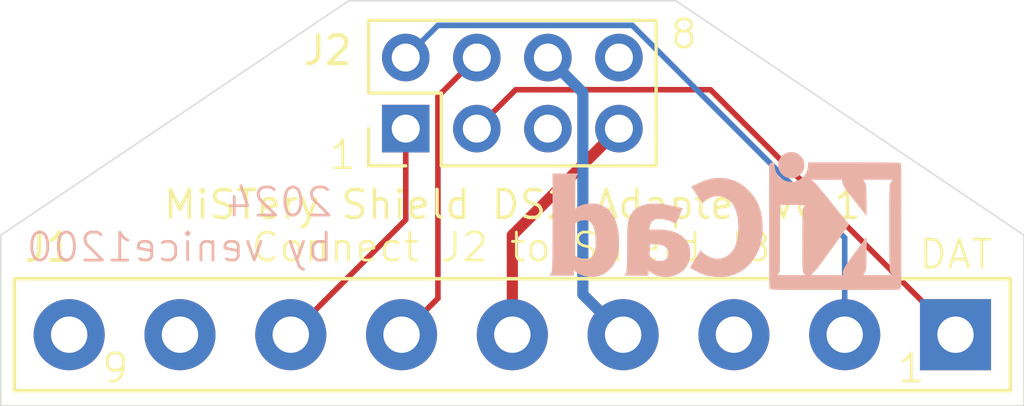
<source format=kicad_pcb>
(kicad_pcb (version 20240108) (generator "pcbnew") (generator_version "8.0")
  (layers (0 "F.Cu" signal) (31 "B.Cu" signal) (34 "B.Paste" user) (35 "F.Paste" user) (36 "B.SilkS" user "B.Silkscreen") (37 "F.SilkS" user "F.Silkscreen") (38 "B.Mask" user) (39 "F.Mask" user) (44 "Edge.Cuts" user))
  (net 0 "")
  (net 3 "GND")
  (net 4 "DAT")
  (net 5 "CMD")
  (net 6 "CLK")
  (net 7 "ACK")
  (net 8 "IRQ")
  (net 9 "ATN")
  (net 10 "+3.3V")
  (net 11 "+7.5V")
  (footprint "Connector_PinHeader_2.54mm:PinHeader_2x04_P2.54mm_Vertical" (layer "F.Cu") (at 171.45 100.838 90)
    (property "Reference" "J2" (at 2.794 -2.794 0) (layer "F.SilkS"))
    (property "Value" "Spare Pin Header" (hide yes))
    (fp_line (start 3.87 -1.33) (end 3.87 8.95) (stroke (width 0.12)) (layer "F.SilkS"))
    (fp_line (start 1.27 -1.33) (end 3.87 -1.33) (stroke (width 0.12)) (layer "F.SilkS"))
    (fp_line (start -1.33 -1.33) (end 0 -1.33) (stroke (width 0.12)) (layer "F.SilkS"))
    (fp_line (start -1.33 0) (end -1.33 -1.33) (stroke (width 0.12)) (layer "F.SilkS"))
    (fp_line (start 1.27 1.27) (end 1.27 -1.33) (stroke (width 0.12)) (layer "F.SilkS"))
    (fp_line (start -1.33 1.27) (end 1.27 1.27) (stroke (width 0.12)) (layer "F.SilkS"))
    (fp_line (start -1.33 1.27) (end -1.33 8.95) (stroke (width 0.12)) (layer "F.SilkS"))
    (fp_line (start -1.33 8.95) (end 3.87 8.95) (stroke (width 0.12)) (layer "F.SilkS"))
    (pad "1" thru_hole rect (at 0 0 90) (size 1.7 1.7) (drill 1) (layers "*.Cu" "*.Mask") (net 6 "CLK"))
    (pad "2" thru_hole oval (at 2.54 0 90) (size 1.7 1.7) (drill 1) (layers "*.Cu" "*.Mask") (net 5 "CMD"))
    (pad "3" thru_hole oval (at 0 2.54 90) (size 1.7 1.7) (drill 1) (layers "*.Cu" "*.Mask") (net 4 "DAT"))
    (pad "4" thru_hole oval (at 2.54 2.54 90) (size 1.7 1.7) (drill 1) (layers "*.Cu" "*.Mask") (net 9 "ATN"))
    (pad "5" thru_hole oval (at 0 5.08 90) (size 1.7 1.7) (drill 1) (layers "*.Cu" "*.Mask"))
    (pad "6" thru_hole oval (at 2.54 5.08 90) (size 1.7 1.7) (drill 1) (layers "*.Cu" "*.Mask") (net 3 "GND"))
    (pad "7" thru_hole oval (at 0 7.62 90) (size 1.7 1.7) (drill 1) (layers "*.Cu" "*.Mask") (net 10 "+3.3V"))
    (pad "8" thru_hole oval (at 2.54 7.62 90) (size 1.7 1.7) (drill 1) (layers "*.Cu" "*.Mask"))
  )
  (footprint "Library:DS2_Port_Connector" (layer "F.Cu") (at 175.26 108.204)
    (property "Reference" "J1" (at -17.526 -2.54 0) (layer "F.SilkS") (effects (font (thickness 0.14224)) (justify left bottom)))
    (property "Value" "DS2" (hide yes))
    (fp_line (start -17.8 -2) (end 17.8 -2) (stroke (width 0.127)) (layer "F.SilkS"))
    (fp_line (start -17.8 2) (end -17.8 -2) (stroke (width 0.127)) (layer "F.SilkS"))
    (fp_line (start 17.8 -2) (end 17.8 2) (stroke (width 0.127)) (layer "F.SilkS"))
    (fp_line (start 17.8 2) (end -17.8 2) (stroke (width 0.127)) (layer "F.SilkS"))
    (pad "1" thru_hole rect (at 15.84 0) (size 2.54 2.54) (drill 1.3) (layers "*.Cu" "*.Mask") (net 4 "DAT"))
    (pad "2" thru_hole circle (at 11.88 0) (size 2.54 2.54) (drill 1.3) (layers "*.Cu" "*.Mask") (net 5 "CMD"))
    (pad "3" thru_hole circle (at 7.92 0) (size 2.54 2.54) (drill 1.3) (layers "*.Cu" "*.Mask") (net 11 "+7.5V"))
    (pad "4" thru_hole circle (at 3.96 0) (size 2.54 2.54) (drill 1.3) (layers "*.Cu" "*.Mask") (net 3 "GND"))
    (pad "5" thru_hole circle (at 0 0) (size 2.54 2.54) (drill 1.3) (layers "*.Cu" "*.Mask") (net 10 "+3.3V"))
    (pad "6" thru_hole circle (at -3.96 0) (size 2.54 2.54) (drill 1.3) (layers "*.Cu" "*.Mask") (net 9 "ATN"))
    (pad "7" thru_hole circle (at -7.92 0) (size 2.54 2.54) (drill 1.3) (layers "*.Cu" "*.Mask") (net 6 "CLK"))
    (pad "8" thru_hole circle (at -11.88 0) (size 2.54 2.54) (drill 1.3) (layers "*.Cu" "*.Mask") (net 8 "IRQ"))
    (pad "9" thru_hole circle (at -15.84 0 180) (size 2.54 2.54) (drill 1.3) (layers "*.Cu" "*.Mask") (net 7 "ACK"))
  )
  (footprint "Symbol:KiCad-Logo_5mm_SilkScreen" (layer "B.Cu") (at 182.885698 104.657938 180)
    (property "Reference" "H1" (hide yes))
    (property "Value" "KiCad Logo" (hide yes))
    (fp_poly (pts (xy -2.273043 2.973429) (xy -2.176768 2.949191) (xy -2.090184 2.906359) (xy -2.015373 2.846581) (xy -1.954418 2.771506) (xy -1.909399 2.68278) (xy -1.883136 2.58647) (xy -1.877286 2.489205) (xy -1.89214 2.395346) (xy -1.92584 2.307489) (xy -1.976528 2.22823) (xy -2.042345 2.160164) (xy -2.121434 2.105888) (xy -2.211934 2.067998) (xy -2.2632 2.055574) (xy -2.307698 2.048053) (xy -2.341999 2.045081) (xy -2.37496 2.046906) (xy -2.415434 2.053775) (xy -2.448531 2.06075) (xy -2.541947 2.092259) (xy -2.625619 2.143383) (xy -2.697665 2.212571) (xy -2.7562 2.298272) (xy -2.770148 2.325511) (xy -2.786586 2.361878) (xy -2.796894 2.392418) (xy -2.80246 2.42455) (xy -2.804669 2.465693) (xy -2.804948 2.511778) (xy -2.800861 2.596135) (xy -2.787446 2.665414) (xy -2.762256 2.726039) (xy -2.722846 2.784433) (xy -2.684298 2.828698) (xy -2.612406 2.894516) (xy -2.537313 2.939947) (xy -2.454562 2.96715) (xy -2.376928 2.977424) (xy -2.273043 2.973429)) (stroke (width 0.01)) (fill solid) (layer "B.SilkS"))
    (fp_poly (pts (xy 0.328429 2.050929) (xy 0.48857 2.029755) (xy 0.65251 1.989615) (xy 0.822313 1.930111) (xy 1.000043 1.850846) (xy 1.01131 1.845301) (xy 1.069005 1.817275) (xy 1.120552 1.793198) (xy 1.162191 1.774751) (xy 1.190162 1.763614) (xy 1.199733 1.761067) (xy 1.21895 1.756059) (xy 1.223561 1.751853) (xy 1.218458 1.74142) (xy 1.202418 1.715132) (xy 1.177288 1.675743) (xy 1.144914 1.626009) (xy 1.107143 1.568685) (xy 1.065822 1.506524) (xy 1.022798 1.442282) (xy 0.979917 1.378715) (xy 0.939026 1.318575) (xy 0.901971 1.26462) (xy 0.8706 1.219603) (xy 0.846759 1.186279) (xy 0.832294 1.167403) (xy 0.830309 1.165213) (xy 0.820191 1.169862) (xy 0.79785 1.187038) (xy 0.76728 1.21356) (xy 0.751536 1.228036) (xy 0.655047 1.303318) (xy 0.548336 1.358759) (xy 0.432832 1.393859) (xy 0.309962 1.40812) (xy 0.240561 1.406949) (xy 0.119423 1.389788) (xy 0.010205 1.353906) (xy -0.087418 1.299041) (xy -0.173772 1.22493) (xy -0.249185 1.131312) (xy -0.313982 1.017924) (xy -0.351399 0.931333) (xy -0.395252 0.795634) (xy -0.427572 0.64815) (xy -0.448443 0.492686) (xy -0.457949 0.333044) (xy -0.456173 0.173027) (xy -0.443197 0.016439) (xy -0.419106 -0.132918) (xy -0.383982 -0.27124) (xy -0.337908 -0.394724) (xy -0.321627 -0.428978) (xy -0.25338 -0.543064) (xy -0.172921 -0.639557) (xy -0.08143 -0.71767) (xy 0.019911 -0.776617) (xy 0.12992 -0.815612) (xy 0.247415 -0.833868) (xy 0.288883 -0.835211) (xy 0.410441 -0.82429) (xy 0.530878 -0.791474) (xy 0.648666 -0.737439) (xy 0.762277 -0.662865) (xy 0.853685 -0.584539) (xy 0.900215 -0.540008) (xy 1.081483 -0.837271) (xy 1.12658 -0.911433) (xy 1.167819 -0.979646) (xy 1.203735 -1.039459) (xy 1.232866 -1.08842) (xy 1.25375 -1.124079) (xy 1.264924 -1.143984) (xy 1.266375 -1.147079) (xy 1.258146 -1.156718) (xy 1.232567 -1.173999) (xy 1.192873 -1.197283) (xy 1.142297 -1.224934) (xy 1.084074 -1.255315) (xy 1.021437 -1.28679) (xy 0.957621 -1.317722) (xy 0.89586 -1.346473) (xy 0.839388 -1.371408) (xy 0.791438 -1.390889) (xy 0.767986 -1.399318) (xy 0.634221 -1.437133) (xy 0.496327 -1.462136) (xy 0.348622 -1.47514) (xy 0.221833 -1.477468) (xy 0.153878 -1.476373) (xy 0.088277 -1.474275) (xy 0.030847 -1.471434) (xy -0.012597 -1.468106) (xy -0.026702 -1.466422) (xy -0.165716 -1.437587) (xy -0.307243 -1.392468) (xy -0.444725 -1.33375) (xy -0.571606 -1.26412) (xy -0.649111 -1.211441) (xy -0.776519 -1.103239) (xy -0.894822 -0.976671) (xy -1.001828 -0.834866) (xy -1.095348 -0.680951) (xy -1.17319 -0.518053) (xy -1.217044 -0.400756) (xy -1.267292 -0.217128) (xy -1.300791 -0.022581) (xy -1.317551 0.178675) (xy -1.317584 0.382432) (xy -1.300899 0.584479) (xy -1.267507 0.780608) (xy -1.21742 0.966609) (xy -1.213603 0.978197) (xy -1.150719 1.14025) (xy -1.073972 1.288168) (xy -0.980758 1.426135) (xy -0.868473 1.558339) (xy -0.824608 1.603601) (xy -0.688466 1.727543) (xy -0.548509 1.830085) (xy -0.402589 1.912344) (xy -0.248558 1.975436) (xy -0.084268 2.020477) (xy 0.011289 2.037967) (xy 0.170023 2.053534) (xy 0.328429 2.050929)) (stroke (width 0.01)) (fill solid) (layer "B.SilkS"))
    (fp_poly (pts (xy 6.186507 0.527755) (xy 6.186526 0.293338) (xy 6.186552 0.080397) (xy 6.186625 -0.112168) (xy 6.186782 -0.285459) (xy 6.187064 -0.440576) (xy 6.187509 -0.57862) (xy 6.188156 -0.700692) (xy 6.189045 -0.807894) (xy 6.190213 -0.901326) (xy 6.191701 -0.98209) (xy 6.193546 -1.051286) (xy 6.195789 -1.110015) (xy 6.198469 -1.159379) (xy 6.201623 -1.200478) (xy 6.205292 -1.234413) (xy 6.209513 -1.262286) (xy 6.214327 -1.285198) (xy 6.219773 -1.304249) (xy 6.225888 -1.32054) (xy 6.232712 -1.335173) (xy 6.240285 -1.349249) (xy 6.248645 -1.363868) (xy 6.253839 -1.372974) (xy 6.288104 -1.433689) (xy 5.429955 -1.433689) (xy 5.429955 -1.337733) (xy 5.429224 -1.29437) (xy 5.427272 -1.261205) (xy 5.424463 -1.243424) (xy 5.423221 -1.241778) (xy 5.411799 -1.248662) (xy 5.389084 -1.266505) (xy 5.366385 -1.285879) (xy 5.3118 -1.326614) (xy 5.242321 -1.367617) (xy 5.16527 -1.405123) (xy 5.087965 -1.435364) (xy 5.057113 -1.445012) (xy 4.988616 -1.459578) (xy 4.905764 -1.469539) (xy 4.816371 -1.474583) (xy 4.728248 -1.474396) (xy 4.649207 -1.468666) (xy 4.611511 -1.462858) (xy 4.473414 -1.424797) (xy 4.346113 -1.367073) (xy 4.230292 -1.290211) (xy 4.126637 -1.194739) (xy 4.035833 -1.081179) (xy 3.969031 -0.970381) (xy 3.914164 -0.853625) (xy 3.872163 -0.734276) (xy 3.842167 -0.608283) (xy 3.823311 -0.471594) (xy 3.814732 -0.320158) (xy 3.814006 -0.242711) (xy 3.8161 -0.185934) (xy 4.645217 -0.185934) (xy 4.645424 -0.279002) (xy 4.648337 -0.366692) (xy 4.654 -0.443772) (xy 4.662455 -0.505009) (xy 4.665038 -0.51735) (xy 4.69684 -0.624633) (xy 4.738498 -0.711658) (xy 4.790363 -0.778642) (xy 4.852781 -0.825805) (xy 4.9261 -0.853365) (xy 5.010669 -0.861541) (xy 5.106835 -0.850551) (xy 5.170311 -0.834829) (xy 5.219454 -0.816639) (xy 5.273583 -0.790791) (xy 5.314244 -0.767089) (xy 5.3848 -0.720721) (xy 5.3848 0.42947) (xy 5.317392 0.473038) (xy 5.238867 0.51396) (xy 5.154681 0.540611) (xy 5.069557 0.552535) (xy 4.988216 0.549278) (xy 4.91538 0.530385) (xy 4.883426 0.514816) (xy 4.825501 0.471819) (xy 4.776544 0.415047) (xy 4.73539 0.342425) (xy 4.700874 0.251879) (xy 4.671833 0.141334) (xy 4.670552 0.135467) (xy 4.660381 0.073212) (xy 4.652739 -0.004594) (xy 4.64767 -0.09272) (xy 4.645217 -0.185934) (xy 3.8161 -0.185934) (xy 3.821857 -0.029895) (xy 3.843802 0.165941) (xy 3.879786 0.344668) (xy 3.929759 0.506155) (xy 3.993668 0.650274) (xy 4.071462 0.776894) (xy 4.163089 0.885885) (xy 4.268497 0.977117) (xy 4.313662 1.008068) (xy 4.414611 1.064215) (xy 4.517901 1.103826) (xy 4.627989 1.127986) (xy 4.74933 1.137781) (xy 4.841836 1.136735) (xy 4.97149 1.125769) (xy 5.084084 1.103954) (xy 5.182875 1.070286) (xy 5.271121 1.023764) (xy 5.319986 0.989552) (xy 5.349353 0.967638) (xy 5.371043 0.952667) (xy 5.379253 0.948267) (xy 5.380868 0.959096) (xy 5.382159 0.989749) (xy 5.383138 1.037474) (xy 5.383817 1.099521) (xy 5.38421 1.173138) (xy 5.38433 1.255573) (xy 5.384188 1.344075) (xy 5.383797 1.435893) (xy 5.383171 1.528276) (xy 5.38232 1.618472) (xy 5.38126 1.703729) (xy 5.380001 1.781297) (xy 5.378556 1.848424) (xy 5.376938 1.902359) (xy 5.375161 1.94035) (xy 5.374669 1.947333) (xy 5.367092 2.017749) (xy 5.355531 2.072898) (xy 5.337792 2.120019) (xy 5.311682 2.166353) (xy 5.305415 2.175933) (xy 5.280983 2.212622) (xy 6.186311 2.212622) (xy 6.186507 0.527755)) (stroke (width 0.01)) (fill solid) (layer "B.SilkS"))
    (fp_poly (pts (xy 2.673574 1.133448) (xy 2.825492 1.113433) (xy 2.960756 1.079798) (xy 3.080239 1.032275) (xy 3.184815 0.970595) (xy 3.262424 0.907035) (xy 3.331265 0.832901) (xy 3.385006 0.753129) (xy 3.42791 0.660909) (xy 3.443384 0.617839) (xy 3.456244 0.578858) (xy 3.467446 0.542711) (xy 3.47712 0.507566) (xy 3.485396 0.47159) (xy 3.492403 0.43295) (xy 3.498272 0.389815) (xy 3.503131 0.340351) (xy 3.50711 0.282727) (xy 3.51034 0.215109) (xy 3.512949 0.135666) (xy 3.515067 0.042564) (xy 3.516824 -0.066027) (xy 3.518349 -0.191942) (xy 3.519772 -0.337012) (xy 3.521025 -0.479778) (xy 3.522351 -0.635968) (xy 3.523556 -0.771239) (xy 3.524766 -0.887246) (xy 3.526106 -0.985645) (xy 3.5277 -1.068093) (xy 3.529675 -1.136246) (xy 3.532156 -1.19176) (xy 3.535269 -1.236292) (xy 3.539138 -1.271498) (xy 3.543889 -1.299034) (xy 3.549648 -1.320556) (xy 3.556539 -1.337722) (xy 3.564689 -1.352186) (xy 3.574223 -1.365606) (xy 3.585266 -1.379638) (xy 3.589566 -1.385071) (xy 3.605386 -1.40791) (xy 3.612422 -1.423463) (xy 3.612444 -1.423922) (xy 3.601567 -1.426121) (xy 3.570582 -1.428147) (xy 3.521957 -1.429942) (xy 3.458163 -1.431451) (xy 3.381669 -1.432616) (xy 3.294944 -1.43338) (xy 3.200457 -1.433686) (xy 3.18955 -1.433689) (xy 2.766657 -1.433689) (xy 2.763395 -1.337622) (xy 2.760133 -1.241556) (xy 2.698044 -1.292543) (xy 2.600714 -1.360057) (xy 2.490813 -1.414749) (xy 2.404349 -1.444978) (xy 2.335278 -1.459666) (xy 2.251925 -1.469659) (xy 2.162159 -1.474646) (xy 2.073845 -1.474313) (xy 1.994851 -1.468351) (xy 1.958622 -1.462638) (xy 1.818603 -1.424776) (xy 1.692178 -1.369932) (xy 1.58026 -1.298924) (xy 1.483762 -1.212568) (xy 1.4036 -1.111679) (xy 1.340687 -0.997076) (xy 1.296312 -0.870984) (xy 1.283978 -0.814401) (xy 1.276368 -0.752202) (xy 1.272739 -0.677363) (xy 1.272245 -0.643467) (xy 1.27231 -0.640282) (xy 2.032248 -0.640282) (xy 2.041541 -0.715333) (xy 2.069728 -0.77916) (xy 2.118197 -0.834798) (xy 2.123254 -0.839211) (xy 2.171548 -0.874037) (xy 2.223257 -0.89662) (xy 2.283989 -0.90854) (xy 2.359352 -0.911383) (xy 2.377459 -0.910978) (xy 2.431278 -0.908325) (xy 2.471308 -0.902909) (xy 2.506324 -0.892745) (xy 2.545103 -0.87585) (xy 2.555745 -0.870672) (xy 2.616396 -0.834844) (xy 2.663215 -0.792212) (xy 2.675952 -0.776973) (xy 2.720622 -0.720462) (xy 2.720622 -0.524586) (xy 2.720086 -0.445939) (xy 2.718396 -0.387988) (xy 2.715428 -0.348875) (xy 2.711057 -0.326741) (xy 2.706972 -0.320274) (xy 2.691047 -0.317111) (xy 2.657264 -0.314488) (xy 2.61034 -0.312655) (xy 2.554993 -0.311857) (xy 2.546106 -0.311842) (xy 2.42533 -0.317096) (xy 2.32266 -0.333263) (xy 2.236106 -0.360961) (xy 2.163681 -0.400808) (xy 2.108751 -0.447758) (xy 2.064204 -0.505645) (xy 2.03948 -0.568693) (xy 2.032248 -0.640282) (xy 1.27231 -0.640282) (xy 1.274178 -0.549712) (xy 1.282522 -0.470812) (xy 1.298768 -0.39959) (xy 1.324405 -0.328864) (xy 1.348401 -0.276493) (xy 1.40702 -0.181196) (xy 1.485117 -0.09317) (xy 1.580315 -0.014017) (xy 1.690238 0.05466) (xy 1.81251 0.111259) (xy 1.944755 0.154179) (xy 2.009422 0.169118) (xy 2.145604 0.191223) (xy 2.294049 0.205806) (xy 2.445505 0.212187) (xy 2.572064 0.210555) (xy 2.73395 0.203776) (xy 2.72653 0.262755) (xy 2.707238 0.361908) (xy 2.676104 0.442628) (xy 2.632269 0.505534) (xy 2.574871 0.551244) (xy 2.503048 0.580378) (xy 2.415941 0.593553) (xy 2.312686 0.591389) (xy 2.274711 0.587388) (xy 2.13352 0.56222) (xy 1.996707 0.521186) (xy 1.902178 0.483185) (xy 1.857018 0.46381) (xy 1.818585 0.44824) (xy 1.792234 0.438595) (xy 1.784546 0.436548) (xy 1.774802 0.445626) (xy 1.758083 0.474595) (xy 1.734232 0.523783) (xy 1.703093 0.593516) (xy 1.664507 0.684121) (xy 1.65791 0.699911) (xy 1.627853 0.772228) (xy 1.600874 0.837575) (xy 1.578136 0.893094) (xy 1.560806 0.935928) (xy 1.550048 0.963219) (xy 1.546941 0.972058) (xy 1.55694 0.976813) (xy 1.583217 0.98209) (xy 1.611489 0.985769) (xy 1.641646 0.990526) (xy 1.689433 0.999972) (xy 1.750612 1.01318) (xy 1.820946 1.029224) (xy 1.896194 1.04718) (xy 1.924755 1.054203) (xy 2.029816 1.079791) (xy 2.11748 1.099853) (xy 2.192068 1.115031) (xy 2.257903 1.125965) (xy 2.319307 1.133296) (xy 2.380602 1.137665) (xy 2.44611 1.139713) (xy 2.504128 1.140111) (xy 2.673574 1.133448)) (stroke (width 0.01)) (fill solid) (layer "B.SilkS"))
    (fp_poly (pts (xy -2.9464 2.510946) (xy -2.935535 2.397007) (xy -2.903918 2.289384) (xy -2.853015 2.190385) (xy -2.784293 2.102316) (xy -2.699219 2.027484) (xy -2.602232 1.969616) (xy -2.495964 1.929995) (xy -2.38895 1.911427) (xy -2.2833 1.912566) (xy -2.181125 1.93207) (xy -2.084534 1.968594) (xy -1.995638 2.020795) (xy -1.916546 2.087327) (xy -1.849369 2.166848) (xy -1.796217 2.258013) (xy -1.759199 2.359477) (xy -1.740427 2.469898) (xy -1.738489 2.519794) (xy -1.738489 2.607733) (xy -1.68656 2.607733) (xy -1.650253 2.604889) (xy -1.623355 2.593089) (xy -1.596249 2.569351) (xy -1.557867 2.530969) (xy -1.557867 0.339398) (xy -1.557876 0.077261) (xy -1.557908 -0.163241) (xy -1.557972 -0.383048) (xy -1.558076 -0.583101) (xy -1.558227 -0.764344) (xy -1.558434 -0.927716) (xy -1.558706 -1.07416) (xy -1.55905 -1.204617) (xy -1.559474 -1.320029) (xy -1.559987 -1.421338) (xy -1.560597 -1.509484) (xy -1.561312 -1.58541) (xy -1.56214 -1.650057) (xy -1.563089 -1.704367) (xy -1.564167 -1.74928) (xy -1.565383 -1.78574) (xy -1.566745 -1.814687) (xy -1.568261 -1.837063) (xy -1.569938 -1.853809) (xy -1.571786 -1.865868) (xy -1.573813 -1.87418) (xy -1.576025 -1.879687) (xy -1.577108 -1.881537) (xy -1.581271 -1.888549) (xy -1.584805 -1.894996) (xy -1.588635 -1.9009) (xy -1.593682 -1.906286) (xy -1.600871 -1.911178) (xy -1.611123 -1.915598) (xy -1.625364 -1.919572) (xy -1.644514 -1.923121) (xy -1.669499 -1.92627) (xy -1.70124 -1.929042) (xy -1.740662 -1.931461) (xy -1.788686 -1.933551) (xy -1.846237 -1.935335) (xy -1.914237 -1.936837) (xy -1.99361 -1.93808) (xy -2.085279 -1.939089) (xy -2.190166 -1.939885) (xy -2.309196 -1.940494) (xy -2.44329 -1.940939) (xy -2.593373 -1.941243) (xy -2.760367 -1.94143) (xy -2.945196 -1.941524) (xy -3.148783 -1.941548) (xy -3.37205 -1.941525) (xy -3.615922 -1.94148) (xy -3.881321 -1.941437) (xy -3.919704 -1.941432) (xy -4.186682 -1.941389) (xy -4.432002 -1.941318) (xy -4.656583 -1.941213) (xy -4.861345 -1.941066) (xy -5.047206 -1.940869) (xy -5.215088 -1.940616) (xy -5.365908 -1.9403) (xy -5.500587 -1.939913) (xy -5.620044 -1.939447) (xy -5.725199 -1.938897) (xy -5.816971 -1.938253) (xy -5.896279 -1.937511) (xy -5.964043 -1.936661) (xy -6.021182 -1.935697) (xy -6.068617 -1.934611) (xy -6.107266 -1.933397) (xy -6.138049 -1.932047) (xy -6.161885 -1.930555) (xy -6.179694 -1.928911) (xy -6.192395 -1.927111) (xy -6.200908 -1.925145) (xy -6.205266 -1.923477) (xy -6.213728 -1.919906) (xy -6.221497 -1.91727) (xy -6.228602 -1.914634) (xy -6.235073 -1.911062) (xy -6.240939 -1.905621) (xy -6.246229 -1.897375) (xy -6.250974 -1.88539) (xy -6.255202 -1.868731) (xy -6.258943 -1.846463) (xy -6.262227 -1.817652) (xy -6.265083 -1.781363) (xy -6.26754 -1.736661) (xy -6.269629 -1.682611) (xy -6.271378 -1.618279) (xy -6.272817 -1.54273) (xy -6.273976 -1.45503) (xy -6.274883 -1.354243) (xy -6.275569 -1.239434) (xy -6.276063 -1.10967) (xy -6.276395 -0.964015) (xy -6.276593 -0.801535) (xy -6.276687 -0.621295) (xy -6.276708 -0.42236) (xy -6.276685 -0.203796) (xy -6.276646 0.035332) (xy -6.276622 0.29596) (xy -6.276622 0.338111) (xy -6.276636 0.601008) (xy -6.276661 0.842268) (xy -6.276671 1.062835) (xy -6.276642 1.263648) (xy -6.276548 1.445651) (xy -6.276362 1.609784) (xy -6.276059 1.756989) (xy -6.275614 1.888208) (xy -6.275034 1.998133) (xy -5.972197 1.998133) (xy -5.932407 1.940289) (xy -5.921236 1.924521) (xy -5.911166 1.910559) (xy -5.902138 1.897216) (xy -5.894097 1.883307) (xy -5.886986 1.867644) (xy -5.880747 1.849042) (xy -5.875325 1.826314) (xy -5.870662 1.798273) (xy -5.866701 1.763733) (xy -5.863385 1.721508) (xy -5.860659 1.670411) (xy -5.858464 1.609256) (xy -5.856745 1.536856) (xy -5.855444 1.452025) (xy -5.854505 1.353578) (xy -5.85387 1.240326) (xy -5.853484 1.111084) (xy -5.853288 0.964666) (xy -5.853227 0.799884) (xy -5.853243 0.615553) (xy -5.85328 0.410487) (xy -5.853289 0.287867) (xy -5.853265 0.070918) (xy -5.853231 -0.124642) (xy -5.853243 -0.299999) (xy -5.853358 -0.456341) (xy -5.85363 -0.594857) (xy -5.854118 -0.716734) (xy -5.854876 -0.82316) (xy -5.855962 -0.915322) (xy -5.857431 -0.994409) (xy -5.85934 -1.061608) (xy -5.861744 -1.118107) (xy -5.864701 -1.165093) (xy -5.868266 -1.203755) (xy -5.872495 -1.23528) (xy -5.877446 -1.260855) (xy -5.883173 -1.28167) (xy -5.889733 -1.298911) (xy -5.897183 -1.313765) (xy -5.905579 -1.327422) (xy -5.914976 -1.341069) (xy -5.925432 -1.355893) (xy -5.931523 -1.364783) (xy -5.970296 -1.4224) (xy -5.438732 -1.4224) (xy -5.315483 -1.422365) (xy -5.212987 -1.422215) (xy -5.12942 -1.421878) (xy -5.062956 -1.421286) (xy -5.011771 -1.420367) (xy -4.974041 -1.419051) (xy -4.94794 -1.417269) (xy -4.931644 -1.414951) (xy -4.923328 -1.412026) (xy -4.921168 -1.408424) (xy -4.923339 -1.404075) (xy -4.924535 -1.402645) (xy -4.949685 -1.365573) (xy -4.975583 -1.312772) (xy -4.999192 -1.25077) (xy -5.007461 -1.224357) (xy -5.012078 -1.206416) (xy -5.015979 -1.185355) (xy -5.019248 -1.159089) (xy -5.021966 -1.125532) (xy -5.024215 -1.082599) (xy -5.026077 -1.028204) (xy -5.027636 -0.960262) (xy -5.028972 -0.876688) (xy -5.030169 -0.775395) (xy -5.031308 -0.6543) (xy -5.031685 -0.6096) (xy -5.032702 -0.484449) (xy -5.03346 -0.380082) (xy -5.033903 -0.294707) (xy -5.03397 -0.226533) (xy -5.033605 -0.173765) (xy -5.032748 -0.134614) (xy -5.031341 -0.107285) (xy -5.029325 -0.089986) (xy -5.026643 -0.080926) (xy -5.023236 -0.078312) (xy -5.019044 -0.080351) (xy -5.014571 -0.084667) (xy -5.004216 -0.097602) (xy -4.982158 -0.126676) (xy -4.949957 -0.169759) (xy -4.909174 -0.224718) (xy -4.86137 -0.289423) (xy -4.808105 -0.361742) (xy -4.75094 -0.439544) (xy -4.691437 -0.520698) (xy -4.631155 -0.603072) (xy -4.571655 -0.684536) (xy -4.514498 -0.762957) (xy -4.461245 -0.836204) (xy -4.413457 -0.902147) (xy -4.372693 -0.958654) (xy -4.340516 -1.003593) (xy -4.318485 -1.034834) (xy -4.313917 -1.041466) (xy -4.290996 -1.078369) (xy -4.264188 -1.126359) (xy -4.238789 -1.175897) (xy -4.235568 -1.182577) (xy -4.21389 -1.230772) (xy -4.201304 -1.268334) (xy -4.195574 -1.30416) (xy -4.194456 -1.3462) (xy -4.19509 -1.4224) (xy -3.040651 -1.4224) (xy -3.131815 -1.328669) (xy -3.178612 -1.278775) (xy -3.228899 -1.222295) (xy -3.274944 -1.168026) (xy -3.295369 -1.142673) (xy -3.325807 -1.103128) (xy -3.365862 -1.049916) (xy -3.414361 -0.984667) (xy -3.470135 -0.909011) (xy -3.532011 -0.824577) (xy -3.598819 -0.732994) (xy -3.669387 -0.635892) (xy -3.742545 -0.534901) (xy -3.817121 -0.43165) (xy -3.891944 -0.327768) (xy -3.965843 -0.224885) (xy -4.037646 -0.124631) (xy -4.106184 -0.028636) (xy -4.170284 0.061473) (xy -4.228775 0.144064) (xy -4.280486 0.217508) (xy -4.324247 0.280176) (xy -4.358885 0.330439) (xy -4.38323 0.366666) (xy -4.396111 0.387229) (xy -4.397869 0.391332) (xy -4.38991 0.402658) (xy -4.369115 0.429838) (xy -4.336847 0.471171) (xy -4.29447 0.524956) (xy -4.243347 0.589494) (xy -4.184841 0.663082) (xy -4.120314 0.744022) (xy -4.051131 0.830612) (xy -3.978653 0.921152) (xy -3.904246 1.01394) (xy -3.844517 1.088298) (xy -2.833511 1.088298) (xy -2.827602 1.075341) (xy -2.813272 1.053092) (xy -2.812225 1.051609) (xy -2.793438 1.021456) (xy -2.773791 0.984625) (xy -2.769892 0.976489) (xy -2.766356 0.96806) (xy -2.76323 0.957941) (xy -2.760486 0.94474) (xy -2.758092 0.927062) (xy -2.756019 0.903516) (xy -2.754235 0.872707) (xy -2.752712 0.833243) (xy -2.751419 0.783731) (xy -2.750326 0.722777) (xy -2.749403 0.648989) (xy -2.748619 0.560972) (xy -2.747945 0.457335) (xy -2.74735 0.336684) (xy -2.746805 0.197626) (xy -2.746279 0.038768) (xy -2.745745 -0.140089) (xy -2.745206 -0.325207) (xy -2.744772 -0.489145) (xy -2.744509 -0.633303) (xy -2.744484 -0.759079) (xy -2.744765 -0.867871) (xy -2.745419 -0.961077) (xy -2.746514 -1.040097) (xy -2.748118 -1.106328) (xy -2.750297 -1.16117) (xy -2.753119 -1.206021) (xy -2.756651 -1.242278) (xy -2.760961 -1.271341) (xy -2.766117 -1.294609) (xy -2.772185 -1.313479) (xy -2.779233 -1.329351) (xy -2.787329 -1.343622) (xy -2.79654 -1.357691) (xy -2.80504 -1.370158) (xy -2.822176 -1.396452) (xy -2.832322 -1.414037) (xy -2.833511 -1.417257) (xy -2.822604 -1.418334) (xy -2.791411 -1.419335) (xy -2.742223 -1.420235) (xy -2.677333 -1.42101) (xy -2.59903 -1.421637) (xy -2.509607 -1.422091) (xy -2.411356 -1.422349) (xy -2.342445 -1.4224) (xy -2.237452 -1.42218) (xy -2.14061 -1.421548) (xy -2.054107 -1.420549) (xy -1.980132 -1.419227) (xy -1.920874 -1.417626) (xy -1.87852 -1.415791) (xy -1.85526 -1.413765) (xy -1.851378 -1.412493) (xy -1.859076 -1.397591) (xy -1.867074 -1.38956) (xy -1.880246 -1.372434) (xy -1.897485 -1.342183) (xy -1.909407 -1.317622) (xy -1.936045 -1.258711) (xy -1.93912 -0.081845) (xy -1.942195 1.095022) (xy -2.387853 1.095022) (xy -2.48567 1.094858) (xy -2.576064 1.094389) (xy -2.65663 1.093653) (xy -2.724962 1.092684) (xy -2.778656 1.09152) (xy -2.815305 1.090197) (xy -2.832504 1.088751) (xy -2.833511 1.088298) (xy -3.844517 1.088298) (xy -3.82927 1.107278) (xy -3.75509 1.199463) (xy -3.683069 1.288796) (xy -3.614569 1.373576) (xy -3.550955 1.452102) (xy -3.493588 1.522674) (xy -3.443833 1.583591) (xy -3.403052 1.633153) (xy -3.385888 1.653822) (xy -3.299596 1.754484) (xy -3.222997 1.837741) (xy -3.154183 1.905562) (xy -3.091248 1.959911) (xy -3.081867 1.967278) (xy -3.042356 1.997883) (xy -4.174116 1.998133) (xy -4.168827 1.950156) (xy -4.17213 1.892812) (xy -4.193661 1.824537) (xy -4.233635 1.744788) (xy -4.278943 1.672505) (xy -4.295161 1.64986) (xy -4.323214 1.612304) (xy -4.36143 1.561979) (xy -4.408137 1.501027) (xy -4.461661 1.431589) (xy -4.520331 1.355806) (xy -4.582475 1.27582) (xy -4.646421 1.193772) (xy -4.710495 1.111804) (xy -4.773027 1.032057) (xy -4.832343 0.956673) (xy -4.886771 0.887793) (xy -4.934639 0.827558) (xy -4.974275 0.778111) (xy -5.004006 0.741592) (xy -5.022161 0.720142) (xy -5.02522 0.716844) (xy -5.028079 0.724851) (xy -5.030293 0.755145) (xy -5.031857 0.807444) (xy -5.032767 0.881469) (xy -5.03302 0.976937) (xy -5.032613 1.093566) (xy -5.031704 1.213555) (xy -5.030382 1.345667) (xy -5.028857 1.457406) (xy -5.026881 1.550975) (xy -5.024206 1.628581) (xy -5.020582 1.692426) (xy -5.015761 1.744717) (xy -5.009494 1.787656) (xy -5.001532 1.823449) (xy -4.991627 1.8543) (xy -4.979531 1.882414) (xy -4.964993 1.909995) (xy -4.950311 1.935034) (xy -4.912314 1.998133) (xy -5.972197 1.998133) (xy -6.275034 1.998133) (xy -6.275001 2.004383) (xy -6.274195 2.106456) (xy -6.27317 2.195367) (xy -6.2719 2.272059) (xy -6.27036 2.337473) (xy -6.268524 2.392551) (xy -6.266367 2.438235) (xy -6.263863 2.475466) (xy -6.260987 2.505187) (xy -6.257713 2.528338) (xy -6.254015 2.545861) (xy -6.249869 2.558699) (xy -6.245247 2.567792) (xy -6.240126 2.574082) (xy -6.234478 2.578512) (xy -6.228279 2.582022) (xy -6.221504 2.585555) (xy -6.215508 2.589124) (xy -6.210275 2.5917) (xy -6.202099 2.594028) (xy -6.189886 2.596122) (xy -6.172541 2.597993) (xy -6.148969 2.599653) (xy -6.118077 2.601116) (xy -6.078768 2.602392) (xy -6.02995 2.603496) (xy -5.970527 2.604439) (xy -5.899404 2.605233) (xy -5.815488 2.605891) (xy -5.717683 2.606425) (xy -5.604894 2.606847) (xy -5.476029 2.607171) (xy -5.329991 2.607408) (xy -5.165686 2.60757) (xy -4.98202 2.60767) (xy -4.777897 2.60772) (xy -4.566753 2.607733) (xy -2.9464 2.607733) (xy -2.9464 2.510946)) (stroke (width 0.01)) (fill solid) (layer "B.SilkS"))
  )
  (gr_line (start 181.102 96.266) (end 169.418 96.266) (stroke (width 0.05)) (layer "Edge.Cuts"))
  (gr_line (start 193.548 110.744) (end 193.548 104.648) (stroke (width 0.05)) (layer "Edge.Cuts"))
  (gr_line (start 156.972 110.744) (end 193.548 110.744) (stroke (width 0.05)) (layer "Edge.Cuts"))
  (gr_line (start 193.548 104.648) (end 181.102 96.266) (stroke (width 0.05)) (layer "Edge.Cuts"))
  (gr_line (start 156.972 104.648) (end 156.972 110.744) (stroke (width 0.05)) (layer "Edge.Cuts"))
  (gr_line (start 169.418 96.266) (end 156.972 104.648) (stroke (width 0.05)) (layer "Edge.Cuts"))
  (gr_text "2024 \nby venice1200" (at 168.91 105.664 -0) (layer "B.SilkS") (effects (font (size 1 1) (thickness 0.1)) (justify left bottom mirror)))
  (gr_text "1" (at 168.656 102.362 0) (layer "F.SilkS") (effects (font (size 1 1) (thickness 0.1)) (justify left bottom)))
  (gr_text "Connect J2 to Shield J8" (at 165.862 105.664 0) (layer "F.SilkS") (effects (font (size 1 1) (thickness 0.1)) (justify left bottom)))
  (gr_text "1" (at 188.976 109.982 0) (layer "F.SilkS") (effects (font (size 1 1) (thickness 0.1)) (justify left bottom)))
  (gr_text "DAT" (at 189.738 105.918 0) (layer "F.SilkS") (effects (font (size 1 1) (thickness 0.1)) (justify left bottom)))
  (gr_text "9" (at 160.528 109.982 0) (layer "F.SilkS") (effects (font (size 1 1) (thickness 0.1)) (justify left bottom)))
  (gr_text "8" (at 180.848 98.044 0) (layer "F.SilkS") (effects (font (size 1 1) (thickness 0.1)) (justify left bottom)))
  (gr_text "MiSTery Shield DS2 Adapter v0.1" (at 175.26 104.14 0) (layer "F.SilkS") (effects (font (size 1 1) (thickness 0.125)) (justify bottom)))
  (segment (start 177.78 99.548) (end 176.53 98.298) (width 0.4) (layer "B.Cu") (net 3))
  (segment (start 177.78 106.764) (end 177.78 99.548) (width 0.4) (layer "B.Cu") (net 3))
  (segment (start 179.22 108.204) (end 177.78 106.764) (width 0.4) (layer "B.Cu") (net 3))
  (segment (start 173.99 100.838) (end 175.38 99.448) (width 0.2) (layer "F.Cu") (net 4))
  (segment (start 175.38 99.448) (end 182.344 99.448) (width 0.2) (layer "F.Cu") (net 4))
  (segment (start 182.344 99.448) (end 191.1 108.204) (width 0.2) (layer "F.Cu") (net 4))
  (segment (start 172.6 97.148) (end 171.45 98.298) (width 0.2) (layer "B.Cu") (net 5))
  (segment (start 187.14 104.741654) (end 179.546346 97.148) (width 0.2) (layer "B.Cu") (net 5))
  (segment (start 187.14 108.204) (end 187.14 104.741654) (width 0.2) (layer "B.Cu") (net 5))
  (segment (start 179.546346 97.148) (end 172.6 97.148) (width 0.2) (layer "B.Cu") (net 5))
  (segment (start 171.45 100.838) (end 171.45 104.094) (width 0.2) (layer "F.Cu") (net 6))
  (segment (start 171.45 104.094) (end 167.34 108.204) (width 0.2) (layer "F.Cu") (net 6))
  (segment (start 159.42 107.28) (end 159.42 108.204) (width 0.2) (layer "F.Cu") (net 7))
  (segment (start 172.6 106.904) (end 171.3 108.204) (width 0.2) (layer "F.Cu") (net 9))
  (segment (start 173.99 98.298) (end 172.6 99.688) (width 0.2) (layer "F.Cu") (net 9))
  (segment (start 172.6 99.688) (end 172.6 106.904) (width 0.2) (layer "F.Cu") (net 9))
  (segment (start 175.26 104.648) (end 175.26 108.204) (width 0.4) (layer "F.Cu") (net 10))
  (segment (start 179.07 100.838) (end 175.26 104.648) (width 0.4) (layer "F.Cu") (net 10))
)
</source>
